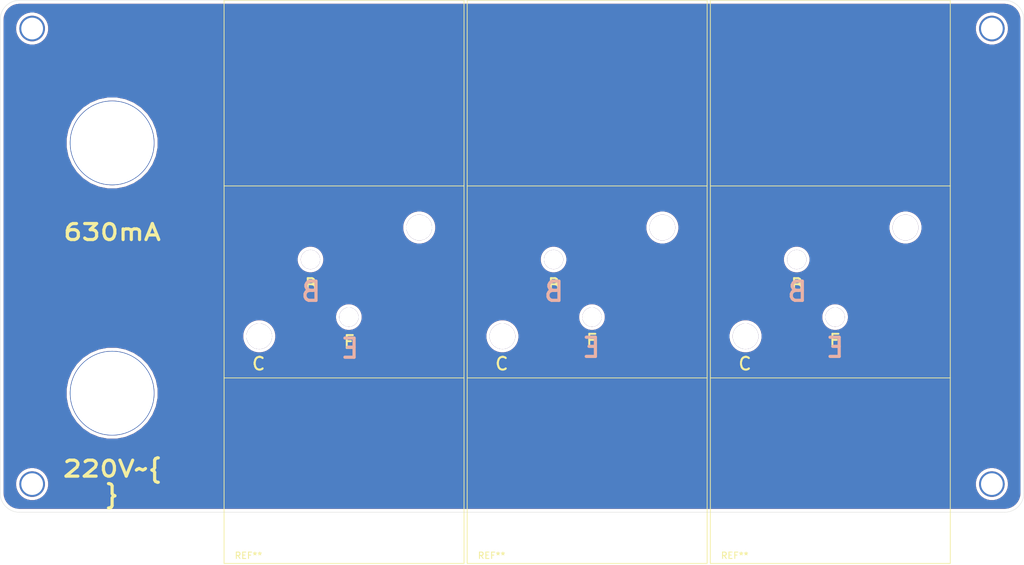
<source format=kicad_pcb>
(kicad_pcb (version 20171130) (host pcbnew "(5.1.4)-1")

  (general
    (thickness 1.6)
    (drawings 16)
    (tracks 6)
    (zones 0)
    (modules 3)
    (nets 1)
  )

  (page A4)
  (layers
    (0 F.Cu signal)
    (31 B.Cu signal)
    (32 B.Adhes user)
    (33 F.Adhes user)
    (34 B.Paste user)
    (35 F.Paste user)
    (36 B.SilkS user)
    (37 F.SilkS user)
    (38 B.Mask user)
    (39 F.Mask user)
    (40 Dwgs.User user)
    (41 Cmts.User user)
    (42 Eco1.User user)
    (43 Eco2.User user)
    (44 Edge.Cuts user)
    (45 Margin user)
    (46 B.CrtYd user)
    (47 F.CrtYd user)
    (48 B.Fab user)
    (49 F.Fab user)
  )

  (setup
    (last_trace_width 0.254)
    (user_trace_width 0.1524)
    (user_trace_width 0.2032)
    (user_trace_width 0.254)
    (user_trace_width 0.4064)
    (user_trace_width 0.508)
    (user_trace_width 0.6096)
    (user_trace_width 1.016)
    (user_trace_width 1.934)
    (user_trace_width 2.032)
    (user_trace_width 2.54)
    (trace_clearance 0.15)
    (zone_clearance 0.508)
    (zone_45_only no)
    (trace_min 0.1)
    (via_size 0.7)
    (via_drill 0.3)
    (via_min_size 0.6)
    (via_min_drill 0.3)
    (user_via 0.6 0.3)
    (user_via 1.016 0.5)
    (uvia_size 0.3)
    (uvia_drill 0.1)
    (uvias_allowed no)
    (uvia_min_size 0.2)
    (uvia_min_drill 0.1)
    (edge_width 0.05)
    (segment_width 0.2)
    (pcb_text_width 0.3)
    (pcb_text_size 1.5 1.5)
    (mod_edge_width 0.12)
    (mod_text_size 1 1)
    (mod_text_width 0.15)
    (pad_size 1.524 1.524)
    (pad_drill 0.762)
    (pad_to_mask_clearance 0.051)
    (solder_mask_min_width 0.25)
    (aux_axis_origin 0 0)
    (visible_elements 7EFFFFFF)
    (pcbplotparams
      (layerselection 0x010fc_ffffffff)
      (usegerberextensions false)
      (usegerberattributes false)
      (usegerberadvancedattributes false)
      (creategerberjobfile false)
      (excludeedgelayer true)
      (linewidth 0.100000)
      (plotframeref false)
      (viasonmask false)
      (mode 1)
      (useauxorigin false)
      (hpglpennumber 1)
      (hpglpenspeed 20)
      (hpglpendiameter 15.000000)
      (psnegative false)
      (psa4output false)
      (plotreference true)
      (plotvalue true)
      (plotinvisibletext false)
      (padsonsilk false)
      (subtractmaskfromsilk false)
      (outputformat 1)
      (mirror false)
      (drillshape 0)
      (scaleselection 1)
      (outputdirectory "./gbr"))
  )

  (net 0 "")

  (net_class Default "This is the default net class."
    (clearance 0.15)
    (trace_width 0.254)
    (via_dia 0.7)
    (via_drill 0.3)
    (uvia_dia 0.3)
    (uvia_drill 0.1)
  )

  (module heatsink:v4511d (layer F.Cu) (tedit 60007D9D) (tstamp 6000D2EE)
    (at 35 8)
    (fp_text reference REF** (at 3.816962 -1.224426) (layer F.SilkS)
      (effects (font (size 1 1) (thickness 0.15)))
    )
    (fp_text value V4511D (at 3.6 -2.9) (layer F.Fab)
      (effects (font (size 1 1) (thickness 0.15)))
    )
    (fp_text user C (at 5.4 -31.2) (layer F.SilkS)
      (effects (font (size 2 2) (thickness 0.3)))
    )
    (fp_text user C (at 5.4 -31.2) (layer F.SilkS)
      (effects (font (size 2 2) (thickness 0.3)))
    )
    (fp_text user E (at 19.6 -34.6) (layer F.SilkS)
      (effects (font (size 2 2) (thickness 0.3)))
    )
    (fp_text user B (at 13.6 -43.5) (layer F.SilkS)
      (effects (font (size 2 2) (thickness 0.3)))
    )
    (fp_line (start 0 0) (end 37.5 0) (layer F.SilkS) (width 0.12))
    (fp_line (start 0 -88) (end 37.5 -88) (layer F.SilkS) (width 0.12))
    (fp_line (start 0 0) (end 0 -88) (layer F.SilkS) (width 0.12))
    (fp_line (start 37.5 0) (end 37.5 -88) (layer F.SilkS) (width 0.12))
    (fp_line (start 0 -29) (end 37.5 -29) (layer F.SilkS) (width 0.12))
    (fp_line (start 0 -59) (end 37.5 -59) (layer F.SilkS) (width 0.12))
    (pad 3 thru_hole circle (at 30.5 -52.5) (size 4 4) (drill 4) (layers *.Cu *.Mask))
    (pad 3 thru_hole circle (at 5.5 -35.5) (size 4 4) (drill 4) (layers *.Cu *.Mask))
    (pad 1 thru_hole circle (at 13.5 -47.5) (size 3 3) (drill 3) (layers *.Cu *.Mask))
    (pad 2 thru_hole circle (at 19.5 -38.5) (size 3 3) (drill 3) (layers *.Cu *.Mask))
  )

  (module heatsink:v4511d (layer F.Cu) (tedit 60007D9D) (tstamp 6000D1F2)
    (at 73 8)
    (fp_text reference REF** (at 3.816962 -1.224426) (layer F.SilkS)
      (effects (font (size 1 1) (thickness 0.15)))
    )
    (fp_text value V4511D (at 3.6 -2.9) (layer F.Fab)
      (effects (font (size 1 1) (thickness 0.15)))
    )
    (fp_text user C (at 5.4 -31.2) (layer F.SilkS)
      (effects (font (size 2 2) (thickness 0.3)))
    )
    (fp_text user C (at 5.4 -31.2) (layer F.SilkS)
      (effects (font (size 2 2) (thickness 0.3)))
    )
    (fp_text user E (at 19.5 -34.8) (layer F.SilkS)
      (effects (font (size 2 2) (thickness 0.3)))
    )
    (fp_text user B (at 13.6 -43.5) (layer F.SilkS)
      (effects (font (size 2 2) (thickness 0.3)))
    )
    (fp_line (start 0 0) (end 37.5 0) (layer F.SilkS) (width 0.12))
    (fp_line (start 0 -88) (end 37.5 -88) (layer F.SilkS) (width 0.12))
    (fp_line (start 0 0) (end 0 -88) (layer F.SilkS) (width 0.12))
    (fp_line (start 37.5 0) (end 37.5 -88) (layer F.SilkS) (width 0.12))
    (fp_line (start 0 -29) (end 37.5 -29) (layer F.SilkS) (width 0.12))
    (fp_line (start 0 -59) (end 37.5 -59) (layer F.SilkS) (width 0.12))
    (pad 3 thru_hole circle (at 30.5 -52.5) (size 4 4) (drill 4) (layers *.Cu *.Mask))
    (pad 3 thru_hole circle (at 5.5 -35.5) (size 4 4) (drill 4) (layers *.Cu *.Mask))
    (pad 1 thru_hole circle (at 13.5 -47.5) (size 3 3) (drill 3) (layers *.Cu *.Mask))
    (pad 2 thru_hole circle (at 19.5 -38.5) (size 3 3) (drill 3) (layers *.Cu *.Mask))
  )

  (module heatsink:v4511d (layer F.Cu) (tedit 60007D9D) (tstamp 6000D090)
    (at 111 8)
    (fp_text reference REF** (at 3.816962 -1.224426) (layer F.SilkS)
      (effects (font (size 1 1) (thickness 0.15)))
    )
    (fp_text value V4511D (at 3.6 -2.9) (layer F.Fab)
      (effects (font (size 1 1) (thickness 0.15)))
    )
    (fp_text user C (at 5.4 -31.2) (layer F.SilkS)
      (effects (font (size 2 2) (thickness 0.3)))
    )
    (fp_text user C (at 5.4 -31.2) (layer F.SilkS)
      (effects (font (size 2 2) (thickness 0.3)))
    )
    (fp_text user E (at 19.5 -34.8) (layer F.SilkS)
      (effects (font (size 2 2) (thickness 0.3)))
    )
    (fp_text user B (at 13.6 -43.5) (layer F.SilkS)
      (effects (font (size 2 2) (thickness 0.3)))
    )
    (fp_line (start 0 0) (end 37.5 0) (layer F.SilkS) (width 0.12))
    (fp_line (start 0 -88) (end 37.5 -88) (layer F.SilkS) (width 0.12))
    (fp_line (start 0 0) (end 0 -88) (layer F.SilkS) (width 0.12))
    (fp_line (start 37.5 0) (end 37.5 -88) (layer F.SilkS) (width 0.12))
    (fp_line (start 0 -29) (end 37.5 -29) (layer F.SilkS) (width 0.12))
    (fp_line (start 0 -59) (end 37.5 -59) (layer F.SilkS) (width 0.12))
    (pad 3 thru_hole circle (at 30.5 -52.5) (size 4 4) (drill 4) (layers *.Cu *.Mask))
    (pad 3 thru_hole circle (at 5.5 -35.5) (size 4 4) (drill 4) (layers *.Cu *.Mask))
    (pad 1 thru_hole circle (at 13.5 -47.5) (size 3 3) (drill 3) (layers *.Cu *.Mask))
    (pad 2 thru_hole circle (at 19.5 -38.5) (size 3 3) (drill 3) (layers *.Cu *.Mask))
  )

  (gr_text E (at 130.4925 -25.7175) (layer B.SilkS) (tstamp 6004A5D7)
    (effects (font (size 3 3) (thickness 0.5)) (justify mirror))
  )
  (gr_text E (at 92.3925 -25.7175) (layer B.SilkS) (tstamp 6004A5D5)
    (effects (font (size 3 3) (thickness 0.5)) (justify mirror))
  )
  (gr_text E (at 54.6735 -25.5905) (layer B.SilkS) (tstamp 6004A59C)
    (effects (font (size 3 3) (thickness 0.5)) (justify mirror))
  )
  (gr_text B (at 124.587 -34.4805) (layer B.SilkS) (tstamp 6004A4FB)
    (effects (font (size 3 3) (thickness 0.5)) (justify mirror))
  )
  (gr_text B (at 86.5505 -34.4805) (layer B.SilkS) (tstamp 6004A4F9)
    (effects (font (size 3 3) (thickness 0.5)) (justify mirror))
  )
  (gr_text B (at 48.5775 -34.4805) (layer B.SilkS)
    (effects (font (size 3 3) (thickness 0.5)) (justify mirror))
  )
  (gr_text 630mA (at 17.5 -43.7515) (layer F.SilkS) (tstamp 6000DAB7)
    (effects (font (size 2.5 3) (thickness 0.5)))
  )
  (gr_text "220V~\n" (at 17.5 -4.7625) (layer F.SilkS) (tstamp 5FB00A62)
    (effects (font (size 2.5 3) (thickness 0.5)))
  )
  (gr_arc (start 157 -3) (end 157 0) (angle -90) (layer Edge.Cuts) (width 0.05) (tstamp 5FAFD686))
  (gr_arc (start 157 -77) (end 160 -77) (angle -90) (layer Edge.Cuts) (width 0.05) (tstamp 5FAFD677))
  (gr_arc (start 3 -77) (end 3 -80) (angle -90) (layer Edge.Cuts) (width 0.05) (tstamp 5FAFD65E))
  (gr_arc (start 3 -3) (end 0 -3) (angle -90) (layer Edge.Cuts) (width 0.05))
  (gr_line (start 160 -3) (end 160 -77) (layer Edge.Cuts) (width 0.05) (tstamp 5FAFD452))
  (gr_line (start 0 -3) (end 0 -77) (layer Edge.Cuts) (width 0.05) (tstamp 5FAFD44E))
  (gr_line (start 3 -80) (end 157 -80) (layer Edge.Cuts) (width 0.05) (tstamp 5FAFD438))
  (gr_line (start 3 0) (end 157 0) (layer Edge.Cuts) (width 0.05))

  (via (at 5 -4.4) (size 4) (drill 3.4) (layers F.Cu B.Cu) (net 0))
  (via (at 5 -75.6) (size 4) (drill 3.4) (layers F.Cu B.Cu) (net 0) (tstamp 5FAFD93F))
  (via (at 155 -75.6) (size 4) (drill 3.4) (layers F.Cu B.Cu) (net 0) (tstamp 5FAFD972))
  (via (at 155 -4.4) (size 4) (drill 3.4) (layers F.Cu B.Cu) (net 0) (tstamp 5FAFD975))
  (via (at 17.5 -18.6055) (size 13.2) (drill 13) (layers F.Cu B.Cu) (net 0) (tstamp 6000DAA3))
  (via (at 17.5 -57.7215) (size 13.2) (drill 13) (layers F.Cu B.Cu) (net 0) (tstamp 6000DAA5))

  (zone (net 0) (net_name "") (layer B.Cu) (tstamp 6004A623) (hatch edge 0.508)
    (connect_pads (clearance 0.508))
    (min_thickness 0.254)
    (fill yes (arc_segments 32) (thermal_gap 0.508) (thermal_bridge_width 0.508))
    (polygon
      (pts
        (xy 0 -80) (xy 160 -80) (xy 160 0) (xy 0 0)
      )
    )
    (filled_polygon
      (pts
        (xy 157.453893 -79.29233) (xy 157.890498 -79.160511) (xy 158.293185 -78.9464) (xy 158.646612 -78.658152) (xy 158.937327 -78.306739)
        (xy 159.154242 -77.905561) (xy 159.289106 -77.469887) (xy 159.340001 -76.985647) (xy 159.34 -3.032279) (xy 159.29233 -2.546106)
        (xy 159.160512 -2.109503) (xy 158.946399 -1.706814) (xy 158.65815 -1.353387) (xy 158.306739 -1.062673) (xy 157.905564 -0.84576)
        (xy 157.469886 -0.710894) (xy 156.985664 -0.66) (xy 3.032279 -0.66) (xy 2.546106 -0.70767) (xy 2.109503 -0.839488)
        (xy 1.706814 -1.053601) (xy 1.353387 -1.34185) (xy 1.062673 -1.693261) (xy 0.84576 -2.094436) (xy 0.710894 -2.530114)
        (xy 0.66 -3.014336) (xy 0.66 -4.659525) (xy 2.365 -4.659525) (xy 2.365 -4.140475) (xy 2.466261 -3.631399)
        (xy 2.664893 -3.151859) (xy 2.953262 -2.720285) (xy 3.320285 -2.353262) (xy 3.751859 -2.064893) (xy 4.231399 -1.866261)
        (xy 4.740475 -1.765) (xy 5.259525 -1.765) (xy 5.768601 -1.866261) (xy 6.248141 -2.064893) (xy 6.679715 -2.353262)
        (xy 7.046738 -2.720285) (xy 7.335107 -3.151859) (xy 7.533739 -3.631399) (xy 7.635 -4.140475) (xy 7.635 -4.659525)
        (xy 152.365 -4.659525) (xy 152.365 -4.140475) (xy 152.466261 -3.631399) (xy 152.664893 -3.151859) (xy 152.953262 -2.720285)
        (xy 153.320285 -2.353262) (xy 153.751859 -2.064893) (xy 154.231399 -1.866261) (xy 154.740475 -1.765) (xy 155.259525 -1.765)
        (xy 155.768601 -1.866261) (xy 156.248141 -2.064893) (xy 156.679715 -2.353262) (xy 157.046738 -2.720285) (xy 157.335107 -3.151859)
        (xy 157.533739 -3.631399) (xy 157.635 -4.140475) (xy 157.635 -4.659525) (xy 157.533739 -5.168601) (xy 157.335107 -5.648141)
        (xy 157.046738 -6.079715) (xy 156.679715 -6.446738) (xy 156.248141 -6.735107) (xy 155.768601 -6.933739) (xy 155.259525 -7.035)
        (xy 154.740475 -7.035) (xy 154.231399 -6.933739) (xy 153.751859 -6.735107) (xy 153.320285 -6.446738) (xy 152.953262 -6.079715)
        (xy 152.664893 -5.648141) (xy 152.466261 -5.168601) (xy 152.365 -4.659525) (xy 7.635 -4.659525) (xy 7.533739 -5.168601)
        (xy 7.335107 -5.648141) (xy 7.046738 -6.079715) (xy 6.679715 -6.446738) (xy 6.248141 -6.735107) (xy 5.768601 -6.933739)
        (xy 5.259525 -7.035) (xy 4.740475 -7.035) (xy 4.231399 -6.933739) (xy 3.751859 -6.735107) (xy 3.320285 -6.446738)
        (xy 2.953262 -6.079715) (xy 2.664893 -5.648141) (xy 2.466261 -5.168601) (xy 2.365 -4.659525) (xy 0.66 -4.659525)
        (xy 0.66 -19.318085) (xy 10.265 -19.318085) (xy 10.265 -17.892915) (xy 10.543037 -16.495128) (xy 11.088426 -15.178442)
        (xy 11.880209 -13.993456) (xy 12.887956 -12.985709) (xy 14.072942 -12.193926) (xy 15.389628 -11.648537) (xy 16.787415 -11.3705)
        (xy 18.212585 -11.3705) (xy 19.610372 -11.648537) (xy 20.927058 -12.193926) (xy 22.112044 -12.985709) (xy 23.119791 -13.993456)
        (xy 23.911574 -15.178442) (xy 24.456963 -16.495128) (xy 24.735 -17.892915) (xy 24.735 -19.318085) (xy 24.456963 -20.715872)
        (xy 23.911574 -22.032558) (xy 23.119791 -23.217544) (xy 22.112044 -24.225291) (xy 20.927058 -25.017074) (xy 19.610372 -25.562463)
        (xy 18.212585 -25.8405) (xy 16.787415 -25.8405) (xy 15.389628 -25.562463) (xy 14.072942 -25.017074) (xy 12.887956 -24.225291)
        (xy 11.880209 -23.217544) (xy 11.088426 -22.032558) (xy 10.543037 -20.715872) (xy 10.265 -19.318085) (xy 0.66 -19.318085)
        (xy 0.66 -27.759525) (xy 37.865 -27.759525) (xy 37.865 -27.240475) (xy 37.966261 -26.731399) (xy 38.164893 -26.251859)
        (xy 38.453262 -25.820285) (xy 38.820285 -25.453262) (xy 39.251859 -25.164893) (xy 39.731399 -24.966261) (xy 40.240475 -24.865)
        (xy 40.759525 -24.865) (xy 41.268601 -24.966261) (xy 41.748141 -25.164893) (xy 42.179715 -25.453262) (xy 42.546738 -25.820285)
        (xy 42.835107 -26.251859) (xy 43.033739 -26.731399) (xy 43.135 -27.240475) (xy 43.135 -27.759525) (xy 75.865 -27.759525)
        (xy 75.865 -27.240475) (xy 75.966261 -26.731399) (xy 76.164893 -26.251859) (xy 76.453262 -25.820285) (xy 76.820285 -25.453262)
        (xy 77.251859 -25.164893) (xy 77.731399 -24.966261) (xy 78.240475 -24.865) (xy 78.759525 -24.865) (xy 79.268601 -24.966261)
        (xy 79.748141 -25.164893) (xy 80.179715 -25.453262) (xy 80.546738 -25.820285) (xy 80.835107 -26.251859) (xy 81.033739 -26.731399)
        (xy 81.135 -27.240475) (xy 81.135 -27.759525) (xy 113.865 -27.759525) (xy 113.865 -27.240475) (xy 113.966261 -26.731399)
        (xy 114.164893 -26.251859) (xy 114.453262 -25.820285) (xy 114.820285 -25.453262) (xy 115.251859 -25.164893) (xy 115.731399 -24.966261)
        (xy 116.240475 -24.865) (xy 116.759525 -24.865) (xy 117.268601 -24.966261) (xy 117.748141 -25.164893) (xy 118.179715 -25.453262)
        (xy 118.546738 -25.820285) (xy 118.835107 -26.251859) (xy 119.033739 -26.731399) (xy 119.135 -27.240475) (xy 119.135 -27.759525)
        (xy 119.033739 -28.268601) (xy 118.835107 -28.748141) (xy 118.546738 -29.179715) (xy 118.179715 -29.546738) (xy 117.748141 -29.835107)
        (xy 117.268601 -30.033739) (xy 116.759525 -30.135) (xy 116.240475 -30.135) (xy 115.731399 -30.033739) (xy 115.251859 -29.835107)
        (xy 114.820285 -29.546738) (xy 114.453262 -29.179715) (xy 114.164893 -28.748141) (xy 113.966261 -28.268601) (xy 113.865 -27.759525)
        (xy 81.135 -27.759525) (xy 81.033739 -28.268601) (xy 80.835107 -28.748141) (xy 80.546738 -29.179715) (xy 80.179715 -29.546738)
        (xy 79.748141 -29.835107) (xy 79.268601 -30.033739) (xy 78.759525 -30.135) (xy 78.240475 -30.135) (xy 77.731399 -30.033739)
        (xy 77.251859 -29.835107) (xy 76.820285 -29.546738) (xy 76.453262 -29.179715) (xy 76.164893 -28.748141) (xy 75.966261 -28.268601)
        (xy 75.865 -27.759525) (xy 43.135 -27.759525) (xy 43.033739 -28.268601) (xy 42.835107 -28.748141) (xy 42.546738 -29.179715)
        (xy 42.179715 -29.546738) (xy 41.748141 -29.835107) (xy 41.268601 -30.033739) (xy 40.759525 -30.135) (xy 40.240475 -30.135)
        (xy 39.731399 -30.033739) (xy 39.251859 -29.835107) (xy 38.820285 -29.546738) (xy 38.453262 -29.179715) (xy 38.164893 -28.748141)
        (xy 37.966261 -28.268601) (xy 37.865 -27.759525) (xy 0.66 -27.759525) (xy 0.66 -30.710279) (xy 52.365 -30.710279)
        (xy 52.365 -30.289721) (xy 52.447047 -29.877244) (xy 52.607988 -29.488698) (xy 52.841637 -29.139017) (xy 53.139017 -28.841637)
        (xy 53.488698 -28.607988) (xy 53.877244 -28.447047) (xy 54.289721 -28.365) (xy 54.710279 -28.365) (xy 55.122756 -28.447047)
        (xy 55.511302 -28.607988) (xy 55.860983 -28.841637) (xy 56.158363 -29.139017) (xy 56.392012 -29.488698) (xy 56.552953 -29.877244)
        (xy 56.635 -30.289721) (xy 56.635 -30.710279) (xy 90.365 -30.710279) (xy 90.365 -30.289721) (xy 90.447047 -29.877244)
        (xy 90.607988 -29.488698) (xy 90.841637 -29.139017) (xy 91.139017 -28.841637) (xy 91.488698 -28.607988) (xy 91.877244 -28.447047)
        (xy 92.289721 -28.365) (xy 92.710279 -28.365) (xy 93.122756 -28.447047) (xy 93.511302 -28.607988) (xy 93.860983 -28.841637)
        (xy 94.158363 -29.139017) (xy 94.392012 -29.488698) (xy 94.552953 -29.877244) (xy 94.635 -30.289721) (xy 94.635 -30.710279)
        (xy 128.365 -30.710279) (xy 128.365 -30.289721) (xy 128.447047 -29.877244) (xy 128.607988 -29.488698) (xy 128.841637 -29.139017)
        (xy 129.139017 -28.841637) (xy 129.488698 -28.607988) (xy 129.877244 -28.447047) (xy 130.289721 -28.365) (xy 130.710279 -28.365)
        (xy 131.122756 -28.447047) (xy 131.511302 -28.607988) (xy 131.860983 -28.841637) (xy 132.158363 -29.139017) (xy 132.392012 -29.488698)
        (xy 132.552953 -29.877244) (xy 132.635 -30.289721) (xy 132.635 -30.710279) (xy 132.552953 -31.122756) (xy 132.392012 -31.511302)
        (xy 132.158363 -31.860983) (xy 131.860983 -32.158363) (xy 131.511302 -32.392012) (xy 131.122756 -32.552953) (xy 130.710279 -32.635)
        (xy 130.289721 -32.635) (xy 129.877244 -32.552953) (xy 129.488698 -32.392012) (xy 129.139017 -32.158363) (xy 128.841637 -31.860983)
        (xy 128.607988 -31.511302) (xy 128.447047 -31.122756) (xy 128.365 -30.710279) (xy 94.635 -30.710279) (xy 94.552953 -31.122756)
        (xy 94.392012 -31.511302) (xy 94.158363 -31.860983) (xy 93.860983 -32.158363) (xy 93.511302 -32.392012) (xy 93.122756 -32.552953)
        (xy 92.710279 -32.635) (xy 92.289721 -32.635) (xy 91.877244 -32.552953) (xy 91.488698 -32.392012) (xy 91.139017 -32.158363)
        (xy 90.841637 -31.860983) (xy 90.607988 -31.511302) (xy 90.447047 -31.122756) (xy 90.365 -30.710279) (xy 56.635 -30.710279)
        (xy 56.552953 -31.122756) (xy 56.392012 -31.511302) (xy 56.158363 -31.860983) (xy 55.860983 -32.158363) (xy 55.511302 -32.392012)
        (xy 55.122756 -32.552953) (xy 54.710279 -32.635) (xy 54.289721 -32.635) (xy 53.877244 -32.552953) (xy 53.488698 -32.392012)
        (xy 53.139017 -32.158363) (xy 52.841637 -31.860983) (xy 52.607988 -31.511302) (xy 52.447047 -31.122756) (xy 52.365 -30.710279)
        (xy 0.66 -30.710279) (xy 0.66 -39.710279) (xy 46.365 -39.710279) (xy 46.365 -39.289721) (xy 46.447047 -38.877244)
        (xy 46.607988 -38.488698) (xy 46.841637 -38.139017) (xy 47.139017 -37.841637) (xy 47.488698 -37.607988) (xy 47.877244 -37.447047)
        (xy 48.289721 -37.365) (xy 48.710279 -37.365) (xy 49.122756 -37.447047) (xy 49.511302 -37.607988) (xy 49.860983 -37.841637)
        (xy 50.158363 -38.139017) (xy 50.392012 -38.488698) (xy 50.552953 -38.877244) (xy 50.635 -39.289721) (xy 50.635 -39.710279)
        (xy 84.365 -39.710279) (xy 84.365 -39.289721) (xy 84.447047 -38.877244) (xy 84.607988 -38.488698) (xy 84.841637 -38.139017)
        (xy 85.139017 -37.841637) (xy 85.488698 -37.607988) (xy 85.877244 -37.447047) (xy 86.289721 -37.365) (xy 86.710279 -37.365)
        (xy 87.122756 -37.447047) (xy 87.511302 -37.607988) (xy 87.860983 -37.841637) (xy 88.158363 -38.139017) (xy 88.392012 -38.488698)
        (xy 88.552953 -38.877244) (xy 88.635 -39.289721) (xy 88.635 -39.710279) (xy 122.365 -39.710279) (xy 122.365 -39.289721)
        (xy 122.447047 -38.877244) (xy 122.607988 -38.488698) (xy 122.841637 -38.139017) (xy 123.139017 -37.841637) (xy 123.488698 -37.607988)
        (xy 123.877244 -37.447047) (xy 124.289721 -37.365) (xy 124.710279 -37.365) (xy 125.122756 -37.447047) (xy 125.511302 -37.607988)
        (xy 125.860983 -37.841637) (xy 126.158363 -38.139017) (xy 126.392012 -38.488698) (xy 126.552953 -38.877244) (xy 126.635 -39.289721)
        (xy 126.635 -39.710279) (xy 126.552953 -40.122756) (xy 126.392012 -40.511302) (xy 126.158363 -40.860983) (xy 125.860983 -41.158363)
        (xy 125.511302 -41.392012) (xy 125.122756 -41.552953) (xy 124.710279 -41.635) (xy 124.289721 -41.635) (xy 123.877244 -41.552953)
        (xy 123.488698 -41.392012) (xy 123.139017 -41.158363) (xy 122.841637 -40.860983) (xy 122.607988 -40.511302) (xy 122.447047 -40.122756)
        (xy 122.365 -39.710279) (xy 88.635 -39.710279) (xy 88.552953 -40.122756) (xy 88.392012 -40.511302) (xy 88.158363 -40.860983)
        (xy 87.860983 -41.158363) (xy 87.511302 -41.392012) (xy 87.122756 -41.552953) (xy 86.710279 -41.635) (xy 86.289721 -41.635)
        (xy 85.877244 -41.552953) (xy 85.488698 -41.392012) (xy 85.139017 -41.158363) (xy 84.841637 -40.860983) (xy 84.607988 -40.511302)
        (xy 84.447047 -40.122756) (xy 84.365 -39.710279) (xy 50.635 -39.710279) (xy 50.552953 -40.122756) (xy 50.392012 -40.511302)
        (xy 50.158363 -40.860983) (xy 49.860983 -41.158363) (xy 49.511302 -41.392012) (xy 49.122756 -41.552953) (xy 48.710279 -41.635)
        (xy 48.289721 -41.635) (xy 47.877244 -41.552953) (xy 47.488698 -41.392012) (xy 47.139017 -41.158363) (xy 46.841637 -40.860983)
        (xy 46.607988 -40.511302) (xy 46.447047 -40.122756) (xy 46.365 -39.710279) (xy 0.66 -39.710279) (xy 0.66 -44.759525)
        (xy 62.865 -44.759525) (xy 62.865 -44.240475) (xy 62.966261 -43.731399) (xy 63.164893 -43.251859) (xy 63.453262 -42.820285)
        (xy 63.820285 -42.453262) (xy 64.251859 -42.164893) (xy 64.731399 -41.966261) (xy 65.240475 -41.865) (xy 65.759525 -41.865)
        (xy 66.268601 -41.966261) (xy 66.748141 -42.164893) (xy 67.179715 -42.453262) (xy 67.546738 -42.820285) (xy 67.835107 -43.251859)
        (xy 68.033739 -43.731399) (xy 68.135 -44.240475) (xy 68.135 -44.759525) (xy 100.865 -44.759525) (xy 100.865 -44.240475)
        (xy 100.966261 -43.731399) (xy 101.164893 -43.251859) (xy 101.453262 -42.820285) (xy 101.820285 -42.453262) (xy 102.251859 -42.164893)
        (xy 102.731399 -41.966261) (xy 103.240475 -41.865) (xy 103.759525 -41.865) (xy 104.268601 -41.966261) (xy 104.748141 -42.164893)
        (xy 105.179715 -42.453262) (xy 105.546738 -42.820285) (xy 105.835107 -43.251859) (xy 106.033739 -43.731399) (xy 106.135 -44.240475)
        (xy 106.135 -44.759525) (xy 138.865 -44.759525) (xy 138.865 -44.240475) (xy 138.966261 -43.731399) (xy 139.164893 -43.251859)
        (xy 139.453262 -42.820285) (xy 139.820285 -42.453262) (xy 140.251859 -42.164893) (xy 140.731399 -41.966261) (xy 141.240475 -41.865)
        (xy 141.759525 -41.865) (xy 142.268601 -41.966261) (xy 142.748141 -42.164893) (xy 143.179715 -42.453262) (xy 143.546738 -42.820285)
        (xy 143.835107 -43.251859) (xy 144.033739 -43.731399) (xy 144.135 -44.240475) (xy 144.135 -44.759525) (xy 144.033739 -45.268601)
        (xy 143.835107 -45.748141) (xy 143.546738 -46.179715) (xy 143.179715 -46.546738) (xy 142.748141 -46.835107) (xy 142.268601 -47.033739)
        (xy 141.759525 -47.135) (xy 141.240475 -47.135) (xy 140.731399 -47.033739) (xy 140.251859 -46.835107) (xy 139.820285 -46.546738)
        (xy 139.453262 -46.179715) (xy 139.164893 -45.748141) (xy 138.966261 -45.268601) (xy 138.865 -44.759525) (xy 106.135 -44.759525)
        (xy 106.033739 -45.268601) (xy 105.835107 -45.748141) (xy 105.546738 -46.179715) (xy 105.179715 -46.546738) (xy 104.748141 -46.835107)
        (xy 104.268601 -47.033739) (xy 103.759525 -47.135) (xy 103.240475 -47.135) (xy 102.731399 -47.033739) (xy 102.251859 -46.835107)
        (xy 101.820285 -46.546738) (xy 101.453262 -46.179715) (xy 101.164893 -45.748141) (xy 100.966261 -45.268601) (xy 100.865 -44.759525)
        (xy 68.135 -44.759525) (xy 68.033739 -45.268601) (xy 67.835107 -45.748141) (xy 67.546738 -46.179715) (xy 67.179715 -46.546738)
        (xy 66.748141 -46.835107) (xy 66.268601 -47.033739) (xy 65.759525 -47.135) (xy 65.240475 -47.135) (xy 64.731399 -47.033739)
        (xy 64.251859 -46.835107) (xy 63.820285 -46.546738) (xy 63.453262 -46.179715) (xy 63.164893 -45.748141) (xy 62.966261 -45.268601)
        (xy 62.865 -44.759525) (xy 0.66 -44.759525) (xy 0.66 -58.434085) (xy 10.265 -58.434085) (xy 10.265 -57.008915)
        (xy 10.543037 -55.611128) (xy 11.088426 -54.294442) (xy 11.880209 -53.109456) (xy 12.887956 -52.101709) (xy 14.072942 -51.309926)
        (xy 15.389628 -50.764537) (xy 16.787415 -50.4865) (xy 18.212585 -50.4865) (xy 19.610372 -50.764537) (xy 20.927058 -51.309926)
        (xy 22.112044 -52.101709) (xy 23.119791 -53.109456) (xy 23.911574 -54.294442) (xy 24.456963 -55.611128) (xy 24.735 -57.008915)
        (xy 24.735 -58.434085) (xy 24.456963 -59.831872) (xy 23.911574 -61.148558) (xy 23.119791 -62.333544) (xy 22.112044 -63.341291)
        (xy 20.927058 -64.133074) (xy 19.610372 -64.678463) (xy 18.212585 -64.9565) (xy 16.787415 -64.9565) (xy 15.389628 -64.678463)
        (xy 14.072942 -64.133074) (xy 12.887956 -63.341291) (xy 11.880209 -62.333544) (xy 11.088426 -61.148558) (xy 10.543037 -59.831872)
        (xy 10.265 -58.434085) (xy 0.66 -58.434085) (xy 0.66 -75.859525) (xy 2.365 -75.859525) (xy 2.365 -75.340475)
        (xy 2.466261 -74.831399) (xy 2.664893 -74.351859) (xy 2.953262 -73.920285) (xy 3.320285 -73.553262) (xy 3.751859 -73.264893)
        (xy 4.231399 -73.066261) (xy 4.740475 -72.965) (xy 5.259525 -72.965) (xy 5.768601 -73.066261) (xy 6.248141 -73.264893)
        (xy 6.679715 -73.553262) (xy 7.046738 -73.920285) (xy 7.335107 -74.351859) (xy 7.533739 -74.831399) (xy 7.635 -75.340475)
        (xy 7.635 -75.859525) (xy 152.365 -75.859525) (xy 152.365 -75.340475) (xy 152.466261 -74.831399) (xy 152.664893 -74.351859)
        (xy 152.953262 -73.920285) (xy 153.320285 -73.553262) (xy 153.751859 -73.264893) (xy 154.231399 -73.066261) (xy 154.740475 -72.965)
        (xy 155.259525 -72.965) (xy 155.768601 -73.066261) (xy 156.248141 -73.264893) (xy 156.679715 -73.553262) (xy 157.046738 -73.920285)
        (xy 157.335107 -74.351859) (xy 157.533739 -74.831399) (xy 157.635 -75.340475) (xy 157.635 -75.859525) (xy 157.533739 -76.368601)
        (xy 157.335107 -76.848141) (xy 157.046738 -77.279715) (xy 156.679715 -77.646738) (xy 156.248141 -77.935107) (xy 155.768601 -78.133739)
        (xy 155.259525 -78.235) (xy 154.740475 -78.235) (xy 154.231399 -78.133739) (xy 153.751859 -77.935107) (xy 153.320285 -77.646738)
        (xy 152.953262 -77.279715) (xy 152.664893 -76.848141) (xy 152.466261 -76.368601) (xy 152.365 -75.859525) (xy 7.635 -75.859525)
        (xy 7.533739 -76.368601) (xy 7.335107 -76.848141) (xy 7.046738 -77.279715) (xy 6.679715 -77.646738) (xy 6.248141 -77.935107)
        (xy 5.768601 -78.133739) (xy 5.259525 -78.235) (xy 4.740475 -78.235) (xy 4.231399 -78.133739) (xy 3.751859 -77.935107)
        (xy 3.320285 -77.646738) (xy 2.953262 -77.279715) (xy 2.664893 -76.848141) (xy 2.466261 -76.368601) (xy 2.365 -75.859525)
        (xy 0.66 -75.859525) (xy 0.66 -76.967721) (xy 0.70767 -77.453893) (xy 0.839489 -77.890498) (xy 1.0536 -78.293185)
        (xy 1.341848 -78.646612) (xy 1.693261 -78.937327) (xy 2.094439 -79.154242) (xy 2.530113 -79.289106) (xy 3.014344 -79.34)
        (xy 156.967721 -79.34)
      )
    )
  )
  (zone (net 0) (net_name "") (layer F.Cu) (tstamp 6004A620) (hatch edge 0.508)
    (connect_pads (clearance 0.508))
    (min_thickness 0.254)
    (fill yes (arc_segments 32) (thermal_gap 0.508) (thermal_bridge_width 0.508))
    (polygon
      (pts
        (xy 0 -80) (xy 160 -80) (xy 160 0) (xy 0 0) (xy 0 -4)
      )
    )
    (filled_polygon
      (pts
        (xy 157.453893 -79.29233) (xy 157.890498 -79.160511) (xy 158.293185 -78.9464) (xy 158.646612 -78.658152) (xy 158.937327 -78.306739)
        (xy 159.154242 -77.905561) (xy 159.289106 -77.469887) (xy 159.340001 -76.985647) (xy 159.34 -3.032279) (xy 159.29233 -2.546106)
        (xy 159.160512 -2.109503) (xy 158.946399 -1.706814) (xy 158.65815 -1.353387) (xy 158.306739 -1.062673) (xy 157.905564 -0.84576)
        (xy 157.469886 -0.710894) (xy 156.985664 -0.66) (xy 3.032279 -0.66) (xy 2.546106 -0.70767) (xy 2.109503 -0.839488)
        (xy 1.706814 -1.053601) (xy 1.353387 -1.34185) (xy 1.062673 -1.693261) (xy 0.84576 -2.094436) (xy 0.710894 -2.530114)
        (xy 0.66 -3.014336) (xy 0.66 -4.659525) (xy 2.365 -4.659525) (xy 2.365 -4.140475) (xy 2.466261 -3.631399)
        (xy 2.664893 -3.151859) (xy 2.953262 -2.720285) (xy 3.320285 -2.353262) (xy 3.751859 -2.064893) (xy 4.231399 -1.866261)
        (xy 4.740475 -1.765) (xy 5.259525 -1.765) (xy 5.768601 -1.866261) (xy 6.248141 -2.064893) (xy 6.679715 -2.353262)
        (xy 7.046738 -2.720285) (xy 7.335107 -3.151859) (xy 7.533739 -3.631399) (xy 7.635 -4.140475) (xy 7.635 -4.659525)
        (xy 152.365 -4.659525) (xy 152.365 -4.140475) (xy 152.466261 -3.631399) (xy 152.664893 -3.151859) (xy 152.953262 -2.720285)
        (xy 153.320285 -2.353262) (xy 153.751859 -2.064893) (xy 154.231399 -1.866261) (xy 154.740475 -1.765) (xy 155.259525 -1.765)
        (xy 155.768601 -1.866261) (xy 156.248141 -2.064893) (xy 156.679715 -2.353262) (xy 157.046738 -2.720285) (xy 157.335107 -3.151859)
        (xy 157.533739 -3.631399) (xy 157.635 -4.140475) (xy 157.635 -4.659525) (xy 157.533739 -5.168601) (xy 157.335107 -5.648141)
        (xy 157.046738 -6.079715) (xy 156.679715 -6.446738) (xy 156.248141 -6.735107) (xy 155.768601 -6.933739) (xy 155.259525 -7.035)
        (xy 154.740475 -7.035) (xy 154.231399 -6.933739) (xy 153.751859 -6.735107) (xy 153.320285 -6.446738) (xy 152.953262 -6.079715)
        (xy 152.664893 -5.648141) (xy 152.466261 -5.168601) (xy 152.365 -4.659525) (xy 7.635 -4.659525) (xy 7.533739 -5.168601)
        (xy 7.335107 -5.648141) (xy 7.046738 -6.079715) (xy 6.679715 -6.446738) (xy 6.248141 -6.735107) (xy 5.768601 -6.933739)
        (xy 5.259525 -7.035) (xy 4.740475 -7.035) (xy 4.231399 -6.933739) (xy 3.751859 -6.735107) (xy 3.320285 -6.446738)
        (xy 2.953262 -6.079715) (xy 2.664893 -5.648141) (xy 2.466261 -5.168601) (xy 2.365 -4.659525) (xy 0.66 -4.659525)
        (xy 0.66 -19.318085) (xy 10.265 -19.318085) (xy 10.265 -17.892915) (xy 10.543037 -16.495128) (xy 11.088426 -15.178442)
        (xy 11.880209 -13.993456) (xy 12.887956 -12.985709) (xy 14.072942 -12.193926) (xy 15.389628 -11.648537) (xy 16.787415 -11.3705)
        (xy 18.212585 -11.3705) (xy 19.610372 -11.648537) (xy 20.927058 -12.193926) (xy 22.112044 -12.985709) (xy 23.119791 -13.993456)
        (xy 23.911574 -15.178442) (xy 24.456963 -16.495128) (xy 24.735 -17.892915) (xy 24.735 -19.318085) (xy 24.456963 -20.715872)
        (xy 23.911574 -22.032558) (xy 23.119791 -23.217544) (xy 22.112044 -24.225291) (xy 20.927058 -25.017074) (xy 19.610372 -25.562463)
        (xy 18.212585 -25.8405) (xy 16.787415 -25.8405) (xy 15.389628 -25.562463) (xy 14.072942 -25.017074) (xy 12.887956 -24.225291)
        (xy 11.880209 -23.217544) (xy 11.088426 -22.032558) (xy 10.543037 -20.715872) (xy 10.265 -19.318085) (xy 0.66 -19.318085)
        (xy 0.66 -27.759525) (xy 37.865 -27.759525) (xy 37.865 -27.240475) (xy 37.966261 -26.731399) (xy 38.164893 -26.251859)
        (xy 38.453262 -25.820285) (xy 38.820285 -25.453262) (xy 39.251859 -25.164893) (xy 39.731399 -24.966261) (xy 40.240475 -24.865)
        (xy 40.759525 -24.865) (xy 41.268601 -24.966261) (xy 41.748141 -25.164893) (xy 42.179715 -25.453262) (xy 42.546738 -25.820285)
        (xy 42.835107 -26.251859) (xy 43.033739 -26.731399) (xy 43.135 -27.240475) (xy 43.135 -27.759525) (xy 75.865 -27.759525)
        (xy 75.865 -27.240475) (xy 75.966261 -26.731399) (xy 76.164893 -26.251859) (xy 76.453262 -25.820285) (xy 76.820285 -25.453262)
        (xy 77.251859 -25.164893) (xy 77.731399 -24.966261) (xy 78.240475 -24.865) (xy 78.759525 -24.865) (xy 79.268601 -24.966261)
        (xy 79.748141 -25.164893) (xy 80.179715 -25.453262) (xy 80.546738 -25.820285) (xy 80.835107 -26.251859) (xy 81.033739 -26.731399)
        (xy 81.135 -27.240475) (xy 81.135 -27.759525) (xy 113.865 -27.759525) (xy 113.865 -27.240475) (xy 113.966261 -26.731399)
        (xy 114.164893 -26.251859) (xy 114.453262 -25.820285) (xy 114.820285 -25.453262) (xy 115.251859 -25.164893) (xy 115.731399 -24.966261)
        (xy 116.240475 -24.865) (xy 116.759525 -24.865) (xy 117.268601 -24.966261) (xy 117.748141 -25.164893) (xy 118.179715 -25.453262)
        (xy 118.546738 -25.820285) (xy 118.835107 -26.251859) (xy 119.033739 -26.731399) (xy 119.135 -27.240475) (xy 119.135 -27.759525)
        (xy 119.033739 -28.268601) (xy 118.835107 -28.748141) (xy 118.546738 -29.179715) (xy 118.179715 -29.546738) (xy 117.748141 -29.835107)
        (xy 117.268601 -30.033739) (xy 116.759525 -30.135) (xy 116.240475 -30.135) (xy 115.731399 -30.033739) (xy 115.251859 -29.835107)
        (xy 114.820285 -29.546738) (xy 114.453262 -29.179715) (xy 114.164893 -28.748141) (xy 113.966261 -28.268601) (xy 113.865 -27.759525)
        (xy 81.135 -27.759525) (xy 81.033739 -28.268601) (xy 80.835107 -28.748141) (xy 80.546738 -29.179715) (xy 80.179715 -29.546738)
        (xy 79.748141 -29.835107) (xy 79.268601 -30.033739) (xy 78.759525 -30.135) (xy 78.240475 -30.135) (xy 77.731399 -30.033739)
        (xy 77.251859 -29.835107) (xy 76.820285 -29.546738) (xy 76.453262 -29.179715) (xy 76.164893 -28.748141) (xy 75.966261 -28.268601)
        (xy 75.865 -27.759525) (xy 43.135 -27.759525) (xy 43.033739 -28.268601) (xy 42.835107 -28.748141) (xy 42.546738 -29.179715)
        (xy 42.179715 -29.546738) (xy 41.748141 -29.835107) (xy 41.268601 -30.033739) (xy 40.759525 -30.135) (xy 40.240475 -30.135)
        (xy 39.731399 -30.033739) (xy 39.251859 -29.835107) (xy 38.820285 -29.546738) (xy 38.453262 -29.179715) (xy 38.164893 -28.748141)
        (xy 37.966261 -28.268601) (xy 37.865 -27.759525) (xy 0.66 -27.759525) (xy 0.66 -30.710279) (xy 52.365 -30.710279)
        (xy 52.365 -30.289721) (xy 52.447047 -29.877244) (xy 52.607988 -29.488698) (xy 52.841637 -29.139017) (xy 53.139017 -28.841637)
        (xy 53.488698 -28.607988) (xy 53.877244 -28.447047) (xy 54.289721 -28.365) (xy 54.710279 -28.365) (xy 55.122756 -28.447047)
        (xy 55.511302 -28.607988) (xy 55.860983 -28.841637) (xy 56.158363 -29.139017) (xy 56.392012 -29.488698) (xy 56.552953 -29.877244)
        (xy 56.635 -30.289721) (xy 56.635 -30.710279) (xy 90.365 -30.710279) (xy 90.365 -30.289721) (xy 90.447047 -29.877244)
        (xy 90.607988 -29.488698) (xy 90.841637 -29.139017) (xy 91.139017 -28.841637) (xy 91.488698 -28.607988) (xy 91.877244 -28.447047)
        (xy 92.289721 -28.365) (xy 92.710279 -28.365) (xy 93.122756 -28.447047) (xy 93.511302 -28.607988) (xy 93.860983 -28.841637)
        (xy 94.158363 -29.139017) (xy 94.392012 -29.488698) (xy 94.552953 -29.877244) (xy 94.635 -30.289721) (xy 94.635 -30.710279)
        (xy 128.365 -30.710279) (xy 128.365 -30.289721) (xy 128.447047 -29.877244) (xy 128.607988 -29.488698) (xy 128.841637 -29.139017)
        (xy 129.139017 -28.841637) (xy 129.488698 -28.607988) (xy 129.877244 -28.447047) (xy 130.289721 -28.365) (xy 130.710279 -28.365)
        (xy 131.122756 -28.447047) (xy 131.511302 -28.607988) (xy 131.860983 -28.841637) (xy 132.158363 -29.139017) (xy 132.392012 -29.488698)
        (xy 132.552953 -29.877244) (xy 132.635 -30.289721) (xy 132.635 -30.710279) (xy 132.552953 -31.122756) (xy 132.392012 -31.511302)
        (xy 132.158363 -31.860983) (xy 131.860983 -32.158363) (xy 131.511302 -32.392012) (xy 131.122756 -32.552953) (xy 130.710279 -32.635)
        (xy 130.289721 -32.635) (xy 129.877244 -32.552953) (xy 129.488698 -32.392012) (xy 129.139017 -32.158363) (xy 128.841637 -31.860983)
        (xy 128.607988 -31.511302) (xy 128.447047 -31.122756) (xy 128.365 -30.710279) (xy 94.635 -30.710279) (xy 94.552953 -31.122756)
        (xy 94.392012 -31.511302) (xy 94.158363 -31.860983) (xy 93.860983 -32.158363) (xy 93.511302 -32.392012) (xy 93.122756 -32.552953)
        (xy 92.710279 -32.635) (xy 92.289721 -32.635) (xy 91.877244 -32.552953) (xy 91.488698 -32.392012) (xy 91.139017 -32.158363)
        (xy 90.841637 -31.860983) (xy 90.607988 -31.511302) (xy 90.447047 -31.122756) (xy 90.365 -30.710279) (xy 56.635 -30.710279)
        (xy 56.552953 -31.122756) (xy 56.392012 -31.511302) (xy 56.158363 -31.860983) (xy 55.860983 -32.158363) (xy 55.511302 -32.392012)
        (xy 55.122756 -32.552953) (xy 54.710279 -32.635) (xy 54.289721 -32.635) (xy 53.877244 -32.552953) (xy 53.488698 -32.392012)
        (xy 53.139017 -32.158363) (xy 52.841637 -31.860983) (xy 52.607988 -31.511302) (xy 52.447047 -31.122756) (xy 52.365 -30.710279)
        (xy 0.66 -30.710279) (xy 0.66 -39.710279) (xy 46.365 -39.710279) (xy 46.365 -39.289721) (xy 46.447047 -38.877244)
        (xy 46.607988 -38.488698) (xy 46.841637 -38.139017) (xy 47.139017 -37.841637) (xy 47.488698 -37.607988) (xy 47.877244 -37.447047)
        (xy 48.289721 -37.365) (xy 48.710279 -37.365) (xy 49.122756 -37.447047) (xy 49.511302 -37.607988) (xy 49.860983 -37.841637)
        (xy 50.158363 -38.139017) (xy 50.392012 -38.488698) (xy 50.552953 -38.877244) (xy 50.635 -39.289721) (xy 50.635 -39.710279)
        (xy 84.365 -39.710279) (xy 84.365 -39.289721) (xy 84.447047 -38.877244) (xy 84.607988 -38.488698) (xy 84.841637 -38.139017)
        (xy 85.139017 -37.841637) (xy 85.488698 -37.607988) (xy 85.877244 -37.447047) (xy 86.289721 -37.365) (xy 86.710279 -37.365)
        (xy 87.122756 -37.447047) (xy 87.511302 -37.607988) (xy 87.860983 -37.841637) (xy 88.158363 -38.139017) (xy 88.392012 -38.488698)
        (xy 88.552953 -38.877244) (xy 88.635 -39.289721) (xy 88.635 -39.710279) (xy 122.365 -39.710279) (xy 122.365 -39.289721)
        (xy 122.447047 -38.877244) (xy 122.607988 -38.488698) (xy 122.841637 -38.139017) (xy 123.139017 -37.841637) (xy 123.488698 -37.607988)
        (xy 123.877244 -37.447047) (xy 124.289721 -37.365) (xy 124.710279 -37.365) (xy 125.122756 -37.447047) (xy 125.511302 -37.607988)
        (xy 125.860983 -37.841637) (xy 126.158363 -38.139017) (xy 126.392012 -38.488698) (xy 126.552953 -38.877244) (xy 126.635 -39.289721)
        (xy 126.635 -39.710279) (xy 126.552953 -40.122756) (xy 126.392012 -40.511302) (xy 126.158363 -40.860983) (xy 125.860983 -41.158363)
        (xy 125.511302 -41.392012) (xy 125.122756 -41.552953) (xy 124.710279 -41.635) (xy 124.289721 -41.635) (xy 123.877244 -41.552953)
        (xy 123.488698 -41.392012) (xy 123.139017 -41.158363) (xy 122.841637 -40.860983) (xy 122.607988 -40.511302) (xy 122.447047 -40.122756)
        (xy 122.365 -39.710279) (xy 88.635 -39.710279) (xy 88.552953 -40.122756) (xy 88.392012 -40.511302) (xy 88.158363 -40.860983)
        (xy 87.860983 -41.158363) (xy 87.511302 -41.392012) (xy 87.122756 -41.552953) (xy 86.710279 -41.635) (xy 86.289721 -41.635)
        (xy 85.877244 -41.552953) (xy 85.488698 -41.392012) (xy 85.139017 -41.158363) (xy 84.841637 -40.860983) (xy 84.607988 -40.511302)
        (xy 84.447047 -40.122756) (xy 84.365 -39.710279) (xy 50.635 -39.710279) (xy 50.552953 -40.122756) (xy 50.392012 -40.511302)
        (xy 50.158363 -40.860983) (xy 49.860983 -41.158363) (xy 49.511302 -41.392012) (xy 49.122756 -41.552953) (xy 48.710279 -41.635)
        (xy 48.289721 -41.635) (xy 47.877244 -41.552953) (xy 47.488698 -41.392012) (xy 47.139017 -41.158363) (xy 46.841637 -40.860983)
        (xy 46.607988 -40.511302) (xy 46.447047 -40.122756) (xy 46.365 -39.710279) (xy 0.66 -39.710279) (xy 0.66 -44.759525)
        (xy 62.865 -44.759525) (xy 62.865 -44.240475) (xy 62.966261 -43.731399) (xy 63.164893 -43.251859) (xy 63.453262 -42.820285)
        (xy 63.820285 -42.453262) (xy 64.251859 -42.164893) (xy 64.731399 -41.966261) (xy 65.240475 -41.865) (xy 65.759525 -41.865)
        (xy 66.268601 -41.966261) (xy 66.748141 -42.164893) (xy 67.179715 -42.453262) (xy 67.546738 -42.820285) (xy 67.835107 -43.251859)
        (xy 68.033739 -43.731399) (xy 68.135 -44.240475) (xy 68.135 -44.759525) (xy 100.865 -44.759525) (xy 100.865 -44.240475)
        (xy 100.966261 -43.731399) (xy 101.164893 -43.251859) (xy 101.453262 -42.820285) (xy 101.820285 -42.453262) (xy 102.251859 -42.164893)
        (xy 102.731399 -41.966261) (xy 103.240475 -41.865) (xy 103.759525 -41.865) (xy 104.268601 -41.966261) (xy 104.748141 -42.164893)
        (xy 105.179715 -42.453262) (xy 105.546738 -42.820285) (xy 105.835107 -43.251859) (xy 106.033739 -43.731399) (xy 106.135 -44.240475)
        (xy 106.135 -44.759525) (xy 138.865 -44.759525) (xy 138.865 -44.240475) (xy 138.966261 -43.731399) (xy 139.164893 -43.251859)
        (xy 139.453262 -42.820285) (xy 139.820285 -42.453262) (xy 140.251859 -42.164893) (xy 140.731399 -41.966261) (xy 141.240475 -41.865)
        (xy 141.759525 -41.865) (xy 142.268601 -41.966261) (xy 142.748141 -42.164893) (xy 143.179715 -42.453262) (xy 143.546738 -42.820285)
        (xy 143.835107 -43.251859) (xy 144.033739 -43.731399) (xy 144.135 -44.240475) (xy 144.135 -44.759525) (xy 144.033739 -45.268601)
        (xy 143.835107 -45.748141) (xy 143.546738 -46.179715) (xy 143.179715 -46.546738) (xy 142.748141 -46.835107) (xy 142.268601 -47.033739)
        (xy 141.759525 -47.135) (xy 141.240475 -47.135) (xy 140.731399 -47.033739) (xy 140.251859 -46.835107) (xy 139.820285 -46.546738)
        (xy 139.453262 -46.179715) (xy 139.164893 -45.748141) (xy 138.966261 -45.268601) (xy 138.865 -44.759525) (xy 106.135 -44.759525)
        (xy 106.033739 -45.268601) (xy 105.835107 -45.748141) (xy 105.546738 -46.179715) (xy 105.179715 -46.546738) (xy 104.748141 -46.835107)
        (xy 104.268601 -47.033739) (xy 103.759525 -47.135) (xy 103.240475 -47.135) (xy 102.731399 -47.033739) (xy 102.251859 -46.835107)
        (xy 101.820285 -46.546738) (xy 101.453262 -46.179715) (xy 101.164893 -45.748141) (xy 100.966261 -45.268601) (xy 100.865 -44.759525)
        (xy 68.135 -44.759525) (xy 68.033739 -45.268601) (xy 67.835107 -45.748141) (xy 67.546738 -46.179715) (xy 67.179715 -46.546738)
        (xy 66.748141 -46.835107) (xy 66.268601 -47.033739) (xy 65.759525 -47.135) (xy 65.240475 -47.135) (xy 64.731399 -47.033739)
        (xy 64.251859 -46.835107) (xy 63.820285 -46.546738) (xy 63.453262 -46.179715) (xy 63.164893 -45.748141) (xy 62.966261 -45.268601)
        (xy 62.865 -44.759525) (xy 0.66 -44.759525) (xy 0.66 -58.434085) (xy 10.265 -58.434085) (xy 10.265 -57.008915)
        (xy 10.543037 -55.611128) (xy 11.088426 -54.294442) (xy 11.880209 -53.109456) (xy 12.887956 -52.101709) (xy 14.072942 -51.309926)
        (xy 15.389628 -50.764537) (xy 16.787415 -50.4865) (xy 18.212585 -50.4865) (xy 19.610372 -50.764537) (xy 20.927058 -51.309926)
        (xy 22.112044 -52.101709) (xy 23.119791 -53.109456) (xy 23.911574 -54.294442) (xy 24.456963 -55.611128) (xy 24.735 -57.008915)
        (xy 24.735 -58.434085) (xy 24.456963 -59.831872) (xy 23.911574 -61.148558) (xy 23.119791 -62.333544) (xy 22.112044 -63.341291)
        (xy 20.927058 -64.133074) (xy 19.610372 -64.678463) (xy 18.212585 -64.9565) (xy 16.787415 -64.9565) (xy 15.389628 -64.678463)
        (xy 14.072942 -64.133074) (xy 12.887956 -63.341291) (xy 11.880209 -62.333544) (xy 11.088426 -61.148558) (xy 10.543037 -59.831872)
        (xy 10.265 -58.434085) (xy 0.66 -58.434085) (xy 0.66 -75.859525) (xy 2.365 -75.859525) (xy 2.365 -75.340475)
        (xy 2.466261 -74.831399) (xy 2.664893 -74.351859) (xy 2.953262 -73.920285) (xy 3.320285 -73.553262) (xy 3.751859 -73.264893)
        (xy 4.231399 -73.066261) (xy 4.740475 -72.965) (xy 5.259525 -72.965) (xy 5.768601 -73.066261) (xy 6.248141 -73.264893)
        (xy 6.679715 -73.553262) (xy 7.046738 -73.920285) (xy 7.335107 -74.351859) (xy 7.533739 -74.831399) (xy 7.635 -75.340475)
        (xy 7.635 -75.859525) (xy 152.365 -75.859525) (xy 152.365 -75.340475) (xy 152.466261 -74.831399) (xy 152.664893 -74.351859)
        (xy 152.953262 -73.920285) (xy 153.320285 -73.553262) (xy 153.751859 -73.264893) (xy 154.231399 -73.066261) (xy 154.740475 -72.965)
        (xy 155.259525 -72.965) (xy 155.768601 -73.066261) (xy 156.248141 -73.264893) (xy 156.679715 -73.553262) (xy 157.046738 -73.920285)
        (xy 157.335107 -74.351859) (xy 157.533739 -74.831399) (xy 157.635 -75.340475) (xy 157.635 -75.859525) (xy 157.533739 -76.368601)
        (xy 157.335107 -76.848141) (xy 157.046738 -77.279715) (xy 156.679715 -77.646738) (xy 156.248141 -77.935107) (xy 155.768601 -78.133739)
        (xy 155.259525 -78.235) (xy 154.740475 -78.235) (xy 154.231399 -78.133739) (xy 153.751859 -77.935107) (xy 153.320285 -77.646738)
        (xy 152.953262 -77.279715) (xy 152.664893 -76.848141) (xy 152.466261 -76.368601) (xy 152.365 -75.859525) (xy 7.635 -75.859525)
        (xy 7.533739 -76.368601) (xy 7.335107 -76.848141) (xy 7.046738 -77.279715) (xy 6.679715 -77.646738) (xy 6.248141 -77.935107)
        (xy 5.768601 -78.133739) (xy 5.259525 -78.235) (xy 4.740475 -78.235) (xy 4.231399 -78.133739) (xy 3.751859 -77.935107)
        (xy 3.320285 -77.646738) (xy 2.953262 -77.279715) (xy 2.664893 -76.848141) (xy 2.466261 -76.368601) (xy 2.365 -75.859525)
        (xy 0.66 -75.859525) (xy 0.66 -76.967721) (xy 0.70767 -77.453893) (xy 0.839489 -77.890498) (xy 1.0536 -78.293185)
        (xy 1.341848 -78.646612) (xy 1.693261 -78.937327) (xy 2.094439 -79.154242) (xy 2.530113 -79.289106) (xy 3.014344 -79.34)
        (xy 156.967721 -79.34)
      )
    )
  )
)

</source>
